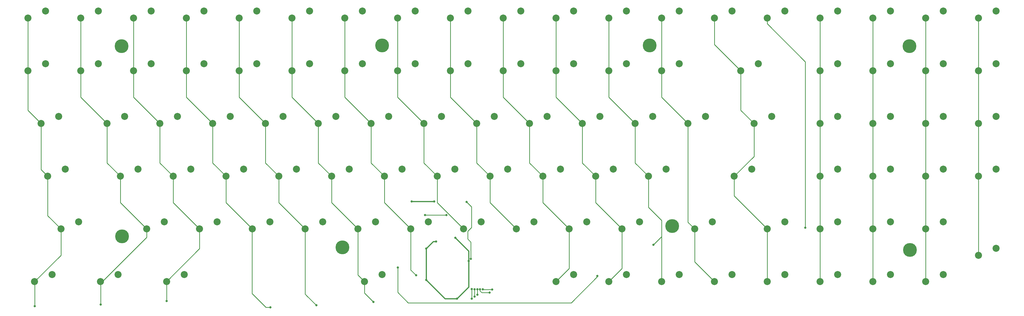
<source format=gtl>
G04 #@! TF.GenerationSoftware,KiCad,Pcbnew,(5.99.0-1278-g350696ecd)*
G04 #@! TF.CreationDate,2020-05-04T20:37:44-07:00*
G04 #@! TF.ProjectId,Keyboard - 100 Key Custom,4b657962-6f61-4726-9420-2d2031303020,rev?*
G04 #@! TF.SameCoordinates,Original*
G04 #@! TF.FileFunction,Copper,L1,Top*
G04 #@! TF.FilePolarity,Positive*
%FSLAX46Y46*%
G04 Gerber Fmt 4.6, Leading zero omitted, Abs format (unit mm)*
G04 Created by KiCad (PCBNEW (5.99.0-1278-g350696ecd)) date 2020-05-04 20:37:44*
%MOMM*%
%LPD*%
G01*
G04 APERTURE LIST*
G04 #@! TA.AperFunction,ComponentPad*
%ADD10C,5.000000*%
G04 #@! TD*
G04 #@! TA.AperFunction,ComponentPad*
%ADD11C,2.540000*%
G04 #@! TD*
G04 #@! TA.AperFunction,ViaPad*
%ADD12C,0.800000*%
G04 #@! TD*
G04 #@! TA.AperFunction,Conductor*
%ADD13C,0.254000*%
G04 #@! TD*
G04 #@! TA.AperFunction,Conductor*
%ADD14C,0.381000*%
G04 #@! TD*
G04 APERTURE END LIST*
D10*
X149350000Y-32750000D03*
X245850000Y-32750000D03*
X254000000Y-98000000D03*
X135000000Y-105750000D03*
X339750000Y-106680000D03*
X339600000Y-33000000D03*
X55500000Y-101750000D03*
X55350000Y-33000000D03*
D11*
X143015000Y-118081250D03*
X149365000Y-115541250D03*
X27921250Y-39341250D03*
X21571250Y-41881250D03*
X175558750Y-77441250D03*
X169208750Y-79981250D03*
X156508750Y-77441250D03*
X150158750Y-79981250D03*
X194608750Y-77441250D03*
X188258750Y-79981250D03*
X28715000Y-79981250D03*
X35065000Y-77441250D03*
X26333750Y-60931250D03*
X32683750Y-58391250D03*
X75546250Y-58391250D03*
X69196250Y-60931250D03*
X370821250Y-106016250D03*
X364471250Y-108556250D03*
X370821250Y-77441250D03*
X364471250Y-79981250D03*
X370821250Y-58391250D03*
X364471250Y-60931250D03*
X370821250Y-39341250D03*
X364471250Y-41881250D03*
X370821250Y-20291250D03*
X364471250Y-22831250D03*
X351771250Y-115541250D03*
X345421250Y-118081250D03*
X351771250Y-96491250D03*
X345421250Y-99031250D03*
X351771250Y-77441250D03*
X345421250Y-79981250D03*
X351771250Y-58391250D03*
X345421250Y-60931250D03*
X351771250Y-39341250D03*
X345421250Y-41881250D03*
X351771250Y-20291250D03*
X345421250Y-22831250D03*
X332721250Y-115541250D03*
X326371250Y-118081250D03*
X332721250Y-96491250D03*
X326371250Y-99031250D03*
X332721250Y-77441250D03*
X326371250Y-79981250D03*
X332721250Y-58391250D03*
X326371250Y-60931250D03*
X332721250Y-39341250D03*
X326371250Y-41881250D03*
X332721250Y-20291250D03*
X326371250Y-22831250D03*
X313671250Y-115541250D03*
X307321250Y-118081250D03*
X313671250Y-96491250D03*
X307321250Y-99031250D03*
X313671250Y-77441250D03*
X307321250Y-79981250D03*
X313671250Y-58391250D03*
X307321250Y-60931250D03*
X313671250Y-39341250D03*
X307321250Y-41881250D03*
X313671250Y-20291250D03*
X307321250Y-22831250D03*
X294621250Y-20291250D03*
X288271250Y-22831250D03*
X294621250Y-115541250D03*
X288271250Y-118081250D03*
X294621250Y-96491250D03*
X288271250Y-99031250D03*
X276365000Y-79981250D03*
X282715000Y-77441250D03*
X283508750Y-60931250D03*
X289858750Y-58391250D03*
X278746250Y-41881250D03*
X285096250Y-39341250D03*
X275571250Y-20291250D03*
X269221250Y-22831250D03*
X275571250Y-115541250D03*
X269221250Y-118081250D03*
X262077500Y-99031250D03*
X268427500Y-96491250D03*
X266046250Y-58391250D03*
X259696250Y-60931250D03*
X256521250Y-39341250D03*
X250171250Y-41881250D03*
X256521250Y-20291250D03*
X250171250Y-22831250D03*
X256521250Y-115541250D03*
X250171250Y-118081250D03*
X251758750Y-77441250D03*
X245408750Y-79981250D03*
X246996250Y-58391250D03*
X240646250Y-60931250D03*
X237471250Y-39341250D03*
X231121250Y-41881250D03*
X237471250Y-20291250D03*
X231121250Y-22831250D03*
X237471250Y-115541250D03*
X231121250Y-118081250D03*
X242233750Y-96491250D03*
X235883750Y-99031250D03*
X232708750Y-77441250D03*
X226358750Y-79981250D03*
X227946250Y-58391250D03*
X221596250Y-60931250D03*
X218421250Y-39341250D03*
X212071250Y-41881250D03*
X218421250Y-20291250D03*
X212071250Y-22831250D03*
X218421250Y-115541250D03*
X212071250Y-118081250D03*
X223183750Y-96491250D03*
X216833750Y-99031250D03*
X213658750Y-77441250D03*
X207308750Y-79981250D03*
X208896250Y-58391250D03*
X202546250Y-60931250D03*
X199371250Y-39341250D03*
X193021250Y-41881250D03*
X199371250Y-20291250D03*
X193021250Y-22831250D03*
X204133750Y-96491250D03*
X197783750Y-99031250D03*
X189846250Y-58391250D03*
X183496250Y-60931250D03*
X180321250Y-39341250D03*
X173971250Y-41881250D03*
X180321250Y-20291250D03*
X173971250Y-22831250D03*
X185083750Y-96491250D03*
X178733750Y-99031250D03*
X170796250Y-58391250D03*
X164446250Y-60931250D03*
X161271250Y-39341250D03*
X154921250Y-41881250D03*
X161271250Y-20291250D03*
X154921250Y-22831250D03*
X166033750Y-96491250D03*
X159683750Y-99031250D03*
X151746250Y-58391250D03*
X145396250Y-60931250D03*
X142221250Y-39341250D03*
X135871250Y-41881250D03*
X142221250Y-20291250D03*
X135871250Y-22831250D03*
X146983750Y-96491250D03*
X140633750Y-99031250D03*
X137458750Y-77441250D03*
X131108750Y-79981250D03*
X132696250Y-58391250D03*
X126346250Y-60931250D03*
X123171250Y-39341250D03*
X116821250Y-41881250D03*
X123171250Y-20291250D03*
X116821250Y-22831250D03*
X127933750Y-96491250D03*
X121583750Y-99031250D03*
X118408750Y-77441250D03*
X112058750Y-79981250D03*
X113646250Y-58391250D03*
X107296250Y-60931250D03*
X104121250Y-39341250D03*
X97771250Y-41881250D03*
X104121250Y-20291250D03*
X97771250Y-22831250D03*
X108883750Y-96491250D03*
X102533750Y-99031250D03*
X99358750Y-77441250D03*
X93008750Y-79981250D03*
X94596250Y-58391250D03*
X88246250Y-60931250D03*
X85071250Y-39341250D03*
X78721250Y-41881250D03*
X85071250Y-20291250D03*
X78721250Y-22831250D03*
X71577500Y-118081250D03*
X77927500Y-115541250D03*
X89833750Y-96491250D03*
X83483750Y-99031250D03*
X80308750Y-77441250D03*
X73958750Y-79981250D03*
X66021250Y-39341250D03*
X59671250Y-41881250D03*
X66021250Y-20291250D03*
X59671250Y-22831250D03*
X47765000Y-118081250D03*
X54115000Y-115541250D03*
X70783750Y-96491250D03*
X64433750Y-99031250D03*
X61258750Y-77441250D03*
X54908750Y-79981250D03*
X56496250Y-58391250D03*
X50146250Y-60931250D03*
X46971250Y-39341250D03*
X40621250Y-41881250D03*
X46971250Y-20291250D03*
X40621250Y-22831250D03*
X23952500Y-118081250D03*
X30302500Y-115541250D03*
X33477500Y-99031250D03*
X39827500Y-96491250D03*
X27921250Y-20291250D03*
X21571250Y-22831250D03*
D12*
X189040000Y-120960000D03*
X185689965Y-120829500D03*
X188133062Y-122059001D03*
X184689962Y-120829500D03*
X183689959Y-120829500D03*
X183690000Y-122786001D03*
X182690000Y-123513001D03*
X182689956Y-120829500D03*
X181690000Y-124240001D03*
X181690000Y-120820000D03*
X168148000Y-89154000D03*
X160020000Y-89154000D03*
X168783000Y-103632000D03*
X181384500Y-109855000D03*
X179832000Y-89281000D03*
X175750000Y-102250000D03*
X165227000Y-106172000D03*
X165227000Y-117475000D03*
X180580000Y-110620000D03*
X176370000Y-124240000D03*
X172540000Y-93990000D03*
X164840000Y-93990000D03*
X155000000Y-113000000D03*
X227000000Y-116000000D03*
X247200000Y-104800000D03*
X302000000Y-98600000D03*
X161600000Y-115800000D03*
X146200000Y-125400000D03*
X125600000Y-126600000D03*
X109000000Y-127400000D03*
X47800000Y-126400000D03*
X71600000Y-125089030D03*
X24000000Y-127000000D03*
D13*
X189036963Y-120963037D02*
X189040000Y-120960000D01*
X185416963Y-120963037D02*
X189036963Y-120963037D01*
X185319001Y-122059001D02*
X188133062Y-122059001D01*
X184689962Y-120829500D02*
X184689962Y-121429962D01*
X184689962Y-121429962D02*
X185319001Y-122059001D01*
X183689959Y-122785960D02*
X183690000Y-122786001D01*
X183689959Y-120829500D02*
X183689959Y-122785960D01*
X182689956Y-120829500D02*
X182689956Y-123512957D01*
X182689956Y-123512957D02*
X182690000Y-123513001D01*
X181690000Y-120820000D02*
X181690000Y-124240001D01*
D14*
X168148000Y-89154000D02*
X160020000Y-89154000D01*
D13*
X180222849Y-99905713D02*
X181610000Y-98518562D01*
X181610000Y-98518562D02*
X181610000Y-91059000D01*
X181610000Y-91059000D02*
X179832000Y-89281000D01*
D14*
X168783000Y-103632000D02*
X167767000Y-103632000D01*
X167767000Y-103632000D02*
X165227000Y-106172000D01*
D13*
X164840000Y-93990000D02*
X172540000Y-93990000D01*
X181384500Y-103846934D02*
X180222849Y-102685283D01*
X180222849Y-102685283D02*
X180222849Y-99905713D01*
X181384500Y-109855000D02*
X181384500Y-103846934D01*
D14*
X180594000Y-110606000D02*
X180580000Y-110620000D01*
X165227000Y-106172000D02*
X165227000Y-117475000D01*
X176370000Y-124240000D02*
X171992000Y-124240000D01*
X171992000Y-124240000D02*
X165227000Y-117475000D01*
X180580000Y-110620000D02*
X180580000Y-120030000D01*
X180580000Y-120030000D02*
X176370000Y-124240000D01*
D13*
X21571250Y-41881250D02*
X21571250Y-56168750D01*
X21571250Y-56168750D02*
X26333750Y-60931250D01*
X364471250Y-108556250D02*
X364471250Y-22831250D01*
X345421250Y-22831250D02*
X345421250Y-118081250D01*
X326371250Y-118081250D02*
X326371250Y-22831250D01*
X307321250Y-22831250D02*
X307321250Y-118081250D01*
X93008750Y-79981250D02*
X93008750Y-89506250D01*
X93008750Y-89506250D02*
X102533750Y-99031250D01*
X88246250Y-60931250D02*
X88246250Y-75218750D01*
X88246250Y-75218750D02*
X93008750Y-79981250D01*
X78721250Y-41881250D02*
X78721250Y-51406250D01*
X78721250Y-51406250D02*
X88246250Y-60931250D01*
X112058750Y-79981250D02*
X112058750Y-89506250D01*
X112058750Y-89506250D02*
X121583750Y-99031250D01*
X107296250Y-60931250D02*
X107296250Y-75218750D01*
X107296250Y-75218750D02*
X112058750Y-79981250D01*
X97771250Y-41881250D02*
X97771250Y-51406250D01*
X97771250Y-51406250D02*
X107296250Y-60931250D01*
X140633750Y-99031250D02*
X140633750Y-115700000D01*
X140633750Y-115700000D02*
X143015000Y-118081250D01*
X131108750Y-79981250D02*
X131108750Y-89506250D01*
X131108750Y-89506250D02*
X140633750Y-99031250D01*
X126346250Y-60931250D02*
X126346250Y-75218750D01*
X126346250Y-75218750D02*
X131108750Y-79981250D01*
X116821250Y-41881250D02*
X116821250Y-51406250D01*
X116821250Y-51406250D02*
X126346250Y-60931250D01*
X150158750Y-79981250D02*
X150158750Y-89506250D01*
X150158750Y-89506250D02*
X159683750Y-99031250D01*
X145396250Y-60931250D02*
X145396250Y-75218750D01*
X145396250Y-75218750D02*
X150158750Y-79981250D01*
X135871250Y-41881250D02*
X135871250Y-51406250D01*
X135871250Y-51406250D02*
X145396250Y-60931250D01*
X169208750Y-79981250D02*
X169208750Y-89506250D01*
X169208750Y-89506250D02*
X178733750Y-99031250D01*
X164446250Y-60931250D02*
X164446250Y-75218750D01*
X164446250Y-75218750D02*
X169208750Y-79981250D01*
X154921250Y-41881250D02*
X154921250Y-51406250D01*
X154921250Y-51406250D02*
X164446250Y-60931250D01*
X188258750Y-79981250D02*
X188258750Y-89506250D01*
X188258750Y-89506250D02*
X197783750Y-99031250D01*
X183496250Y-60931250D02*
X183496250Y-75218750D01*
X183496250Y-75218750D02*
X188258750Y-79981250D01*
X173971250Y-41881250D02*
X173971250Y-51406250D01*
X173971250Y-51406250D02*
X183496250Y-60931250D01*
X216833750Y-99031250D02*
X216833750Y-113318750D01*
X216833750Y-113318750D02*
X212071250Y-118081250D01*
X207308750Y-79981250D02*
X207308750Y-89506250D01*
X207308750Y-89506250D02*
X216833750Y-99031250D01*
X202546250Y-60931250D02*
X202546250Y-75218750D01*
X202546250Y-75218750D02*
X207308750Y-79981250D01*
X193021250Y-41881250D02*
X193021250Y-51406250D01*
X193021250Y-51406250D02*
X202546250Y-60931250D01*
X235883750Y-99031250D02*
X235883750Y-113318750D01*
X235883750Y-113318750D02*
X231121250Y-118081250D01*
X226358750Y-79981250D02*
X226358750Y-89506250D01*
X226358750Y-89506250D02*
X235883750Y-99031250D01*
X221596250Y-60931250D02*
X221596250Y-75218750D01*
X221596250Y-75218750D02*
X226358750Y-79981250D01*
X212071250Y-41881250D02*
X212071250Y-51406250D01*
X212071250Y-51406250D02*
X221596250Y-60931250D01*
X245408750Y-79981250D02*
X245408750Y-91230750D01*
X245408750Y-91230750D02*
X250171250Y-95993250D01*
X240646250Y-60931250D02*
X240646250Y-75218750D01*
X240646250Y-75218750D02*
X245408750Y-79981250D01*
X231121250Y-41881250D02*
X231121250Y-51406250D01*
X231121250Y-51406250D02*
X240646250Y-60931250D01*
X250171250Y-41881250D02*
X250171250Y-51406250D01*
X250171250Y-51406250D02*
X259696250Y-60931250D01*
X259696250Y-60931250D02*
X259696250Y-96650000D01*
X259696250Y-96650000D02*
X262077500Y-99031250D01*
X262077500Y-99031250D02*
X262077500Y-110937500D01*
X262077500Y-110937500D02*
X269221250Y-118081250D01*
X288271250Y-99031250D02*
X288271250Y-118081250D01*
X276365000Y-79981250D02*
X276365000Y-87125000D01*
X276365000Y-87125000D02*
X288271250Y-99031250D01*
X283508750Y-60931250D02*
X283508750Y-72837500D01*
X283508750Y-72837500D02*
X276365000Y-79981250D01*
X278746250Y-41881250D02*
X278746250Y-56168750D01*
X278746250Y-56168750D02*
X283508750Y-60931250D01*
X269221250Y-22831250D02*
X269221250Y-32356250D01*
X269221250Y-32356250D02*
X278746250Y-41881250D01*
X250171250Y-22831250D02*
X250171250Y-41881250D01*
X231121250Y-22831250D02*
X231121250Y-41881250D01*
X212071250Y-22831250D02*
X212071250Y-41881250D01*
X193021250Y-22831250D02*
X193021250Y-41881250D01*
X173971250Y-22831250D02*
X173971250Y-41881250D01*
X154921250Y-22831250D02*
X154921250Y-41881250D01*
X135871250Y-22831250D02*
X135871250Y-41881250D01*
X116821250Y-22831250D02*
X116821250Y-41881250D01*
X97771250Y-22831250D02*
X97771250Y-41881250D01*
X78721250Y-22831250D02*
X78721250Y-41881250D01*
X83483750Y-99031250D02*
X83483750Y-106175000D01*
X83483750Y-106175000D02*
X71577500Y-118081250D01*
X73958750Y-79981250D02*
X73958750Y-89506250D01*
X73958750Y-89506250D02*
X83483750Y-99031250D01*
X69196250Y-60931250D02*
X69196250Y-75218750D01*
X69196250Y-75218750D02*
X73958750Y-79981250D01*
X59671250Y-41881250D02*
X59671250Y-51406250D01*
X59671250Y-51406250D02*
X69196250Y-60931250D01*
X59671250Y-22831250D02*
X59671250Y-41881250D01*
X40621250Y-22831250D02*
X40621250Y-41881250D01*
X40621250Y-41881250D02*
X40621250Y-51406250D01*
X40621250Y-51406250D02*
X50146250Y-60931250D01*
X50146250Y-60931250D02*
X50146250Y-75218750D01*
X50146250Y-75218750D02*
X54908750Y-79981250D01*
X64433750Y-99031250D02*
X54908750Y-89506250D01*
X54908750Y-89506250D02*
X54908750Y-79981250D01*
X64433750Y-99031250D02*
X64433750Y-102044544D01*
X64433750Y-102044544D02*
X48397044Y-118081250D01*
X48397044Y-118081250D02*
X47765000Y-118081250D01*
X33477500Y-99031250D02*
X33477500Y-108556250D01*
X33477500Y-108556250D02*
X23952500Y-118081250D01*
X28715000Y-79981250D02*
X28715000Y-94268750D01*
X28715000Y-94268750D02*
X33477500Y-99031250D01*
X26333750Y-60931250D02*
X26333750Y-77600000D01*
X26333750Y-77600000D02*
X28715000Y-79981250D01*
X21571250Y-22831250D02*
X21571250Y-41881250D01*
X227000000Y-116325794D02*
X227000000Y-116000000D01*
X155000000Y-122000000D02*
X158755249Y-125755249D01*
X217570545Y-125755249D02*
X227000000Y-116325794D01*
X155000000Y-113000000D02*
X155000000Y-122000000D01*
X158755249Y-125755249D02*
X217570545Y-125755249D01*
D14*
X180580000Y-107120000D02*
X180580000Y-110620000D01*
X180600000Y-107100000D02*
X180580000Y-107120000D01*
X175750000Y-102250000D02*
X180600000Y-107100000D01*
D13*
X250171250Y-101828750D02*
X250171250Y-101771250D01*
X247200000Y-104800000D02*
X250171250Y-101828750D01*
X250171250Y-95993250D02*
X250171250Y-101771250D01*
X250171250Y-101771250D02*
X250171250Y-118081250D01*
X302000000Y-38626706D02*
X288271250Y-24897956D01*
X302000000Y-98600000D02*
X302000000Y-38626706D01*
X288271250Y-24897956D02*
X288271250Y-22831250D01*
X161600000Y-115800000D02*
X159683750Y-113883750D01*
X159683750Y-113883750D02*
X159683750Y-99031250D01*
X143015000Y-122215000D02*
X143015000Y-118081250D01*
X146200000Y-125400000D02*
X143015000Y-122215000D01*
X121583750Y-99031250D02*
X121583750Y-122583750D01*
X121583750Y-122583750D02*
X122200000Y-123200000D01*
X125600000Y-126600000D02*
X122200000Y-123200000D01*
X122200000Y-123200000D02*
X122000000Y-123000000D01*
X102441651Y-99123349D02*
X102533750Y-99031250D01*
X102441651Y-122441651D02*
X102441651Y-99123349D01*
X102600000Y-122600000D02*
X102441651Y-122441651D01*
X107400000Y-127400000D02*
X102600000Y-122600000D01*
X109000000Y-127400000D02*
X107400000Y-127400000D01*
X47800000Y-126400000D02*
X47800000Y-118116250D01*
X47800000Y-118116250D02*
X47765000Y-118081250D01*
X71600000Y-118103750D02*
X71577500Y-118081250D01*
X71600000Y-125089030D02*
X71600000Y-118103750D01*
X24000000Y-118128750D02*
X23952500Y-118081250D01*
X24000000Y-127000000D02*
X24000000Y-118128750D01*
M02*

</source>
